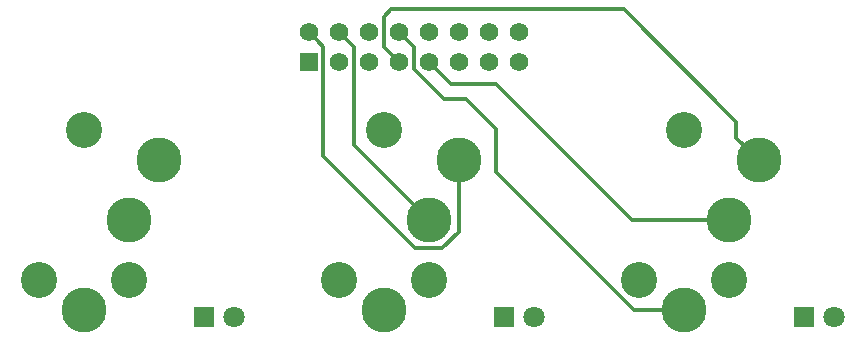
<source format=gbr>
G04 #@! TF.GenerationSoftware,KiCad,Pcbnew,(5.0.1)-3*
G04 #@! TF.CreationDate,2018-12-06T21:09:28-08:00*
G04 #@! TF.ProjectId,500-1033,3530302D313033332E6B696361645F70,A*
G04 #@! TF.SameCoordinates,Original*
G04 #@! TF.FileFunction,Copper,L1,Top,Signal*
G04 #@! TF.FilePolarity,Positive*
%FSLAX46Y46*%
G04 Gerber Fmt 4.6, Leading zero omitted, Abs format (unit mm)*
G04 Created by KiCad (PCBNEW (5.0.1)-3) date 12/6/2018 9:09:28 PM*
%MOMM*%
%LPD*%
G01*
G04 APERTURE LIST*
G04 #@! TA.AperFunction,ComponentPad*
%ADD10R,1.800000X1.800000*%
G04 #@! TD*
G04 #@! TA.AperFunction,ComponentPad*
%ADD11C,1.800000*%
G04 #@! TD*
G04 #@! TA.AperFunction,ComponentPad*
%ADD12C,3.810000*%
G04 #@! TD*
G04 #@! TA.AperFunction,ComponentPad*
%ADD13C,3.048000*%
G04 #@! TD*
G04 #@! TA.AperFunction,ComponentPad*
%ADD14R,1.574800X1.574800*%
G04 #@! TD*
G04 #@! TA.AperFunction,ComponentPad*
%ADD15C,1.574800*%
G04 #@! TD*
G04 #@! TA.AperFunction,Conductor*
%ADD16C,0.304800*%
G04 #@! TD*
G04 APERTURE END LIST*
D10*
G04 #@! TO.P,D1,1*
G04 #@! TO.N,Net-(D1-Pad1)*
X116840000Y-132080000D03*
D11*
G04 #@! TO.P,D1,2*
G04 #@! TO.N,Net-(D1-Pad2)*
X119380000Y-132080000D03*
G04 #@! TD*
D10*
G04 #@! TO.P,D2,1*
G04 #@! TO.N,Net-(D2-Pad1)*
X142240000Y-132080000D03*
D11*
G04 #@! TO.P,D2,2*
G04 #@! TO.N,Net-(D2-Pad2)*
X144780000Y-132080000D03*
G04 #@! TD*
D10*
G04 #@! TO.P,D3,1*
G04 #@! TO.N,Net-(D3-Pad1)*
X167640000Y-132080000D03*
D11*
G04 #@! TO.P,D3,2*
G04 #@! TO.N,Net-(D3-Pad2)*
X170180000Y-132080000D03*
G04 #@! TD*
D12*
G04 #@! TO.P,J1,1*
G04 #@! TO.N,Net-(J1-Pad1)*
X106680000Y-131521200D03*
D13*
G04 #@! TO.P,J1,*
G04 #@! TO.N,*
X110490000Y-128981200D03*
D12*
G04 #@! TO.P,J1,2*
G04 #@! TO.N,Net-(J1-Pad2)*
X110490000Y-123901200D03*
G04 #@! TO.P,J1,3*
G04 #@! TO.N,Net-(J1-Pad3)*
X113030000Y-118821200D03*
D13*
G04 #@! TO.P,J1,*
G04 #@! TO.N,*
X106680000Y-116281200D03*
X102870000Y-128981200D03*
G04 #@! TD*
D12*
G04 #@! TO.P,J2,1*
G04 #@! TO.N,Net-(J2-Pad1)*
X132080000Y-131521200D03*
D13*
G04 #@! TO.P,J2,*
G04 #@! TO.N,*
X135890000Y-128981200D03*
D12*
G04 #@! TO.P,J2,2*
G04 #@! TO.N,Net-(J2-Pad2)*
X135890000Y-123901200D03*
G04 #@! TO.P,J2,3*
G04 #@! TO.N,Net-(J2-Pad3)*
X138430000Y-118821200D03*
D13*
G04 #@! TO.P,J2,*
G04 #@! TO.N,*
X132080000Y-116281200D03*
X128270000Y-128981200D03*
G04 #@! TD*
D12*
G04 #@! TO.P,J3,1*
G04 #@! TO.N,Net-(J3-Pad1)*
X157480000Y-131521200D03*
D13*
G04 #@! TO.P,J3,*
G04 #@! TO.N,*
X161290000Y-128981200D03*
D12*
G04 #@! TO.P,J3,2*
G04 #@! TO.N,Net-(J3-Pad2)*
X161290000Y-123901200D03*
G04 #@! TO.P,J3,3*
G04 #@! TO.N,Net-(J3-Pad3)*
X163830000Y-118821200D03*
D13*
G04 #@! TO.P,J3,*
G04 #@! TO.N,*
X157480000Y-116281200D03*
X153670000Y-128981200D03*
G04 #@! TD*
D14*
G04 #@! TO.P,P1,1*
G04 #@! TO.N,Net-(J1-Pad3)*
X125730000Y-110490000D03*
D15*
G04 #@! TO.P,P1,2*
G04 #@! TO.N,Net-(J2-Pad3)*
X125730000Y-107950000D03*
G04 #@! TO.P,P1,3*
G04 #@! TO.N,Net-(J1-Pad2)*
X128270000Y-110490000D03*
G04 #@! TO.P,P1,4*
G04 #@! TO.N,Net-(J2-Pad2)*
X128270000Y-107950000D03*
G04 #@! TO.P,P1,5*
G04 #@! TO.N,Net-(J1-Pad1)*
X130810000Y-110490000D03*
G04 #@! TO.P,P1,6*
G04 #@! TO.N,Net-(J2-Pad1)*
X130810000Y-107950000D03*
G04 #@! TO.P,P1,7*
G04 #@! TO.N,Net-(J3-Pad3)*
X133350000Y-110490000D03*
G04 #@! TO.P,P1,8*
G04 #@! TO.N,Net-(J3-Pad1)*
X133350000Y-107950000D03*
G04 #@! TO.P,P1,9*
G04 #@! TO.N,Net-(J3-Pad2)*
X135890000Y-110490000D03*
G04 #@! TO.P,P1,10*
G04 #@! TO.N,Net-(P1-Pad10)*
X135890000Y-107950000D03*
G04 #@! TO.P,P1,11*
G04 #@! TO.N,Net-(D1-Pad2)*
X138430000Y-110490000D03*
G04 #@! TO.P,P1,12*
G04 #@! TO.N,Net-(D1-Pad1)*
X138430000Y-107950000D03*
G04 #@! TO.P,P1,13*
G04 #@! TO.N,Net-(D2-Pad2)*
X140970000Y-110490000D03*
G04 #@! TO.P,P1,14*
G04 #@! TO.N,Net-(D2-Pad1)*
X140970000Y-107950000D03*
G04 #@! TO.P,P1,15*
G04 #@! TO.N,Net-(D3-Pad2)*
X143510000Y-110490000D03*
G04 #@! TO.P,P1,16*
G04 #@! TO.N,Net-(D3-Pad1)*
X143510000Y-107950000D03*
G04 #@! TD*
D16*
G04 #@! TO.N,Net-(J2-Pad2)*
X129540000Y-109220000D02*
X129057399Y-108737399D01*
X135890000Y-123901200D02*
X129540000Y-117551200D01*
X129057399Y-108737399D02*
X128270000Y-107950000D01*
X129540000Y-117551200D02*
X129540000Y-109220000D01*
G04 #@! TO.N,Net-(J2-Pad3)*
X126974601Y-109194601D02*
X126517399Y-108737399D01*
X138430000Y-124857258D02*
X137023857Y-126263401D01*
X126974601Y-118481859D02*
X126974601Y-109194601D01*
X138430000Y-118821200D02*
X138430000Y-124857258D01*
X137023857Y-126263401D02*
X134756143Y-126263401D01*
X134756143Y-126263401D02*
X126974601Y-118481859D01*
X126517399Y-108737399D02*
X125730000Y-107950000D01*
G04 #@! TO.N,Net-(J3-Pad1)*
X139065000Y-113665000D02*
X137222990Y-113665000D01*
X137222990Y-113665000D02*
X134645399Y-111087409D01*
X134645399Y-111087409D02*
X134645399Y-109245399D01*
X134645399Y-109245399D02*
X134137399Y-108737399D01*
X134137399Y-108737399D02*
X133350000Y-107950000D01*
X141605000Y-116205000D02*
X139065000Y-113665000D01*
X141605000Y-119848378D02*
X141605000Y-116205000D01*
X157480000Y-131521200D02*
X153277822Y-131521200D01*
X153277822Y-131521200D02*
X141605000Y-119848378D01*
G04 #@! TO.N,Net-(J3-Pad2)*
X141605000Y-112395000D02*
X137795000Y-112395000D01*
X137795000Y-112395000D02*
X135890000Y-110490000D01*
X153111200Y-123901200D02*
X141605000Y-112395000D01*
X161290000Y-123901200D02*
X153111200Y-123901200D01*
G04 #@! TO.N,Net-(J3-Pad3)*
X132080000Y-109220000D02*
X133350000Y-110490000D01*
X132080000Y-106680000D02*
X132080000Y-109220000D01*
X132715000Y-106045000D02*
X132080000Y-106680000D01*
X152400000Y-106045000D02*
X132715000Y-106045000D01*
X161925001Y-115570001D02*
X152400000Y-106045000D01*
X163830000Y-118821200D02*
X161925001Y-116916201D01*
X161925001Y-116916201D02*
X161925001Y-115570001D01*
G04 #@! TD*
M02*

</source>
